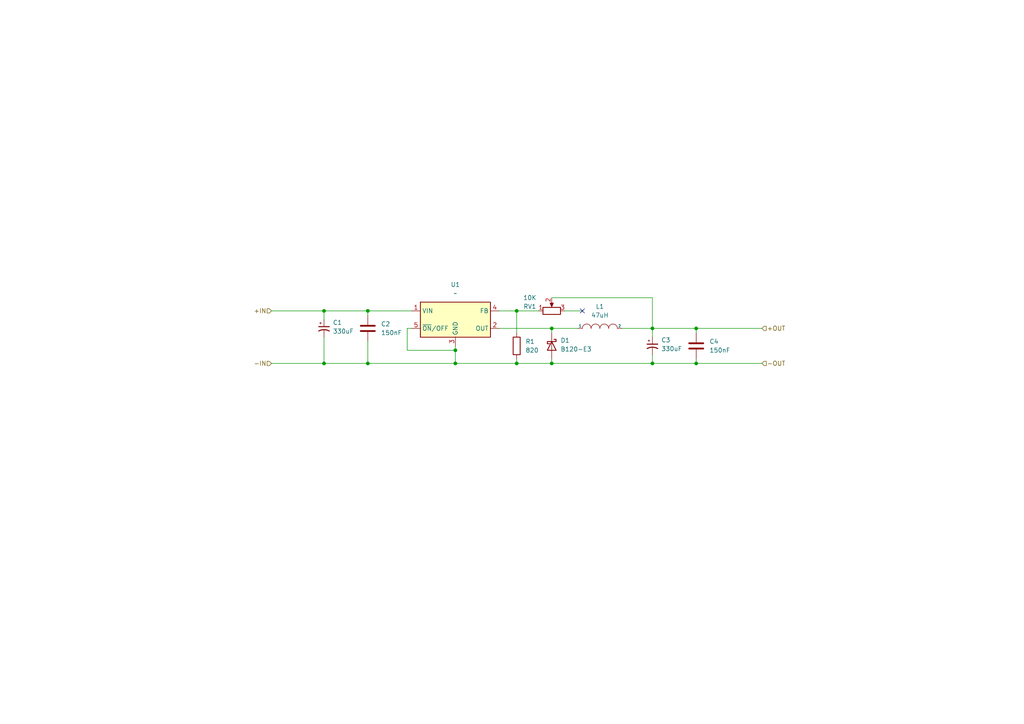
<source format=kicad_sch>
(kicad_sch (version 20211123) (generator eeschema)

  (uuid 5e8e3570-cdb9-43b3-b69e-a29eedca0bdd)

  (paper "A4")

  (title_block
    (title "Green House Controller")
    (date "15 nov 2012")
    (rev "v03")
    (company "Sri Lanka Technological Campus")
    (comment 1 "AA2129, AA2122, AA1391, AA1378, AA1424")
    (comment 2 "Raspberry Pi Shield")
    (comment 3 "Engineering Design Project")
    (comment 4 "EEE209")
  )

  (lib_symbols
    (symbol "Device:C" (pin_numbers hide) (pin_names (offset 0.254)) (in_bom yes) (on_board yes)
      (property "Reference" "C" (id 0) (at 0.635 2.54 0)
        (effects (font (size 1.27 1.27)) (justify left))
      )
      (property "Value" "C" (id 1) (at 0.635 -2.54 0)
        (effects (font (size 1.27 1.27)) (justify left))
      )
      (property "Footprint" "" (id 2) (at 0.9652 -3.81 0)
        (effects (font (size 1.27 1.27)) hide)
      )
      (property "Datasheet" "~" (id 3) (at 0 0 0)
        (effects (font (size 1.27 1.27)) hide)
      )
      (property "ki_keywords" "cap capacitor" (id 4) (at 0 0 0)
        (effects (font (size 1.27 1.27)) hide)
      )
      (property "ki_description" "Unpolarized capacitor" (id 5) (at 0 0 0)
        (effects (font (size 1.27 1.27)) hide)
      )
      (property "ki_fp_filters" "C_*" (id 6) (at 0 0 0)
        (effects (font (size 1.27 1.27)) hide)
      )
      (symbol "C_0_1"
        (polyline
          (pts
            (xy -2.032 -0.762)
            (xy 2.032 -0.762)
          )
          (stroke (width 0.508) (type default) (color 0 0 0 0))
          (fill (type none))
        )
        (polyline
          (pts
            (xy -2.032 0.762)
            (xy 2.032 0.762)
          )
          (stroke (width 0.508) (type default) (color 0 0 0 0))
          (fill (type none))
        )
      )
      (symbol "C_1_1"
        (pin passive line (at 0 3.81 270) (length 2.794)
          (name "~" (effects (font (size 1.27 1.27))))
          (number "1" (effects (font (size 1.27 1.27))))
        )
        (pin passive line (at 0 -3.81 90) (length 2.794)
          (name "~" (effects (font (size 1.27 1.27))))
          (number "2" (effects (font (size 1.27 1.27))))
        )
      )
    )
    (symbol "Device:C_Polarized_Small_US" (pin_numbers hide) (pin_names (offset 0.254) hide) (in_bom yes) (on_board yes)
      (property "Reference" "C" (id 0) (at 0.254 1.778 0)
        (effects (font (size 1.27 1.27)) (justify left))
      )
      (property "Value" "C_Polarized_Small_US" (id 1) (at 0.254 -2.032 0)
        (effects (font (size 1.27 1.27)) (justify left))
      )
      (property "Footprint" "" (id 2) (at 0 0 0)
        (effects (font (size 1.27 1.27)) hide)
      )
      (property "Datasheet" "~" (id 3) (at 0 0 0)
        (effects (font (size 1.27 1.27)) hide)
      )
      (property "ki_keywords" "cap capacitor" (id 4) (at 0 0 0)
        (effects (font (size 1.27 1.27)) hide)
      )
      (property "ki_description" "Polarized capacitor, small US symbol" (id 5) (at 0 0 0)
        (effects (font (size 1.27 1.27)) hide)
      )
      (property "ki_fp_filters" "CP_*" (id 6) (at 0 0 0)
        (effects (font (size 1.27 1.27)) hide)
      )
      (symbol "C_Polarized_Small_US_0_1"
        (polyline
          (pts
            (xy -1.524 0.508)
            (xy 1.524 0.508)
          )
          (stroke (width 0.3048) (type default) (color 0 0 0 0))
          (fill (type none))
        )
        (polyline
          (pts
            (xy -1.27 1.524)
            (xy -0.762 1.524)
          )
          (stroke (width 0) (type default) (color 0 0 0 0))
          (fill (type none))
        )
        (polyline
          (pts
            (xy -1.016 1.27)
            (xy -1.016 1.778)
          )
          (stroke (width 0) (type default) (color 0 0 0 0))
          (fill (type none))
        )
        (arc (start 1.524 -0.762) (mid 0 -0.3734) (end -1.524 -0.762)
          (stroke (width 0.3048) (type default) (color 0 0 0 0))
          (fill (type none))
        )
      )
      (symbol "C_Polarized_Small_US_1_1"
        (pin passive line (at 0 2.54 270) (length 2.032)
          (name "~" (effects (font (size 1.27 1.27))))
          (number "1" (effects (font (size 1.27 1.27))))
        )
        (pin passive line (at 0 -2.54 90) (length 2.032)
          (name "~" (effects (font (size 1.27 1.27))))
          (number "2" (effects (font (size 1.27 1.27))))
        )
      )
    )
    (symbol "Device:R" (pin_numbers hide) (pin_names (offset 0)) (in_bom yes) (on_board yes)
      (property "Reference" "R" (id 0) (at 2.032 0 90)
        (effects (font (size 1.27 1.27)))
      )
      (property "Value" "R" (id 1) (at 0 0 90)
        (effects (font (size 1.27 1.27)))
      )
      (property "Footprint" "" (id 2) (at -1.778 0 90)
        (effects (font (size 1.27 1.27)) hide)
      )
      (property "Datasheet" "~" (id 3) (at 0 0 0)
        (effects (font (size 1.27 1.27)) hide)
      )
      (property "ki_keywords" "R res resistor" (id 4) (at 0 0 0)
        (effects (font (size 1.27 1.27)) hide)
      )
      (property "ki_description" "Resistor" (id 5) (at 0 0 0)
        (effects (font (size 1.27 1.27)) hide)
      )
      (property "ki_fp_filters" "R_*" (id 6) (at 0 0 0)
        (effects (font (size 1.27 1.27)) hide)
      )
      (symbol "R_0_1"
        (rectangle (start -1.016 -2.54) (end 1.016 2.54)
          (stroke (width 0.254) (type default) (color 0 0 0 0))
          (fill (type none))
        )
      )
      (symbol "R_1_1"
        (pin passive line (at 0 3.81 270) (length 1.27)
          (name "~" (effects (font (size 1.27 1.27))))
          (number "1" (effects (font (size 1.27 1.27))))
        )
        (pin passive line (at 0 -3.81 90) (length 1.27)
          (name "~" (effects (font (size 1.27 1.27))))
          (number "2" (effects (font (size 1.27 1.27))))
        )
      )
    )
    (symbol "Device:R_Potentiometer" (pin_names (offset 1.016) hide) (in_bom yes) (on_board yes)
      (property "Reference" "RV" (id 0) (at -4.445 0 90)
        (effects (font (size 1.27 1.27)))
      )
      (property "Value" "R_Potentiometer" (id 1) (at -2.54 0 90)
        (effects (font (size 1.27 1.27)))
      )
      (property "Footprint" "" (id 2) (at 0 0 0)
        (effects (font (size 1.27 1.27)) hide)
      )
      (property "Datasheet" "~" (id 3) (at 0 0 0)
        (effects (font (size 1.27 1.27)) hide)
      )
      (property "ki_keywords" "resistor variable" (id 4) (at 0 0 0)
        (effects (font (size 1.27 1.27)) hide)
      )
      (property "ki_description" "Potentiometer" (id 5) (at 0 0 0)
        (effects (font (size 1.27 1.27)) hide)
      )
      (property "ki_fp_filters" "Potentiometer*" (id 6) (at 0 0 0)
        (effects (font (size 1.27 1.27)) hide)
      )
      (symbol "R_Potentiometer_0_1"
        (polyline
          (pts
            (xy 2.54 0)
            (xy 1.524 0)
          )
          (stroke (width 0) (type default) (color 0 0 0 0))
          (fill (type none))
        )
        (polyline
          (pts
            (xy 1.143 0)
            (xy 2.286 0.508)
            (xy 2.286 -0.508)
            (xy 1.143 0)
          )
          (stroke (width 0) (type default) (color 0 0 0 0))
          (fill (type outline))
        )
        (rectangle (start 1.016 2.54) (end -1.016 -2.54)
          (stroke (width 0.254) (type default) (color 0 0 0 0))
          (fill (type none))
        )
      )
      (symbol "R_Potentiometer_1_1"
        (pin passive line (at 0 3.81 270) (length 1.27)
          (name "1" (effects (font (size 1.27 1.27))))
          (number "1" (effects (font (size 1.27 1.27))))
        )
        (pin passive line (at 3.81 0 180) (length 1.27)
          (name "2" (effects (font (size 1.27 1.27))))
          (number "2" (effects (font (size 1.27 1.27))))
        )
        (pin passive line (at 0 -3.81 90) (length 1.27)
          (name "3" (effects (font (size 1.27 1.27))))
          (number "3" (effects (font (size 1.27 1.27))))
        )
      )
    )
    (symbol "Diode:B120-E3" (pin_numbers hide) (pin_names hide) (in_bom yes) (on_board yes)
      (property "Reference" "D" (id 0) (at 0 2.54 0)
        (effects (font (size 1.27 1.27)))
      )
      (property "Value" "B120-E3" (id 1) (at 0 -2.54 0)
        (effects (font (size 1.27 1.27)))
      )
      (property "Footprint" "Diode_SMD:D_SMA" (id 2) (at 0 -4.445 0)
        (effects (font (size 1.27 1.27)) hide)
      )
      (property "Datasheet" "http://www.vishay.com/docs/88946/b120.pdf" (id 3) (at 0 0 0)
        (effects (font (size 1.27 1.27)) hide)
      )
      (property "ki_keywords" "diode Schottky" (id 4) (at 0 0 0)
        (effects (font (size 1.27 1.27)) hide)
      )
      (property "ki_description" "20V 1A Schottky Barrier Rectifier Diode, SMA(DO-214AC)" (id 5) (at 0 0 0)
        (effects (font (size 1.27 1.27)) hide)
      )
      (property "ki_fp_filters" "D*SMA*" (id 6) (at 0 0 0)
        (effects (font (size 1.27 1.27)) hide)
      )
      (symbol "B120-E3_0_1"
        (polyline
          (pts
            (xy 1.27 0)
            (xy -1.27 0)
          )
          (stroke (width 0) (type default) (color 0 0 0 0))
          (fill (type none))
        )
        (polyline
          (pts
            (xy 1.27 1.27)
            (xy 1.27 -1.27)
            (xy -1.27 0)
            (xy 1.27 1.27)
          )
          (stroke (width 0.254) (type default) (color 0 0 0 0))
          (fill (type none))
        )
        (polyline
          (pts
            (xy -1.905 0.635)
            (xy -1.905 1.27)
            (xy -1.27 1.27)
            (xy -1.27 -1.27)
            (xy -0.635 -1.27)
            (xy -0.635 -0.635)
          )
          (stroke (width 0.254) (type default) (color 0 0 0 0))
          (fill (type none))
        )
      )
      (symbol "B120-E3_1_1"
        (pin passive line (at -3.81 0 0) (length 2.54)
          (name "K" (effects (font (size 1.27 1.27))))
          (number "1" (effects (font (size 1.27 1.27))))
        )
        (pin passive line (at 3.81 0 180) (length 2.54)
          (name "A" (effects (font (size 1.27 1.27))))
          (number "2" (effects (font (size 1.27 1.27))))
        )
      )
    )
    (symbol "Regulator_Switching:LM2596S-ADJ" (in_bom yes) (on_board yes)
      (property "Reference" "U" (id 0) (at -10.16 6.35 0)
        (effects (font (size 1.27 1.27)) (justify left))
      )
      (property "Value" "LM2596S-ADJ" (id 1) (at 0 6.35 0)
        (effects (font (size 1.27 1.27)) (justify left))
      )
      (property "Footprint" "Package_TO_SOT_SMD:TO-263-5_TabPin3" (id 2) (at 1.27 -6.35 0)
        (effects (font (size 1.27 1.27) italic) (justify left) hide)
      )
      (property "Datasheet" "http://www.ti.com/lit/ds/symlink/lm2596.pdf" (id 3) (at 0 0 0)
        (effects (font (size 1.27 1.27)) hide)
      )
      (property "ki_keywords" "Step-Down Voltage Regulator Adjustable 3A" (id 4) (at 0 0 0)
        (effects (font (size 1.27 1.27)) hide)
      )
      (property "ki_description" "Adjustable 3A Step-Down Voltage Regulator, TO-263" (id 5) (at 0 0 0)
        (effects (font (size 1.27 1.27)) hide)
      )
      (property "ki_fp_filters" "TO?263*" (id 6) (at 0 0 0)
        (effects (font (size 1.27 1.27)) hide)
      )
      (symbol "LM2596S-ADJ_0_1"
        (rectangle (start -10.16 5.08) (end 10.16 -5.08)
          (stroke (width 0.254) (type default) (color 0 0 0 0))
          (fill (type background))
        )
      )
      (symbol "LM2596S-ADJ_1_1"
        (pin power_in line (at -12.7 2.54 0) (length 2.54)
          (name "VIN" (effects (font (size 1.27 1.27))))
          (number "1" (effects (font (size 1.27 1.27))))
        )
        (pin output line (at 12.7 -2.54 180) (length 2.54)
          (name "OUT" (effects (font (size 1.27 1.27))))
          (number "2" (effects (font (size 1.27 1.27))))
        )
        (pin power_in line (at 0 -7.62 90) (length 2.54)
          (name "GND" (effects (font (size 1.27 1.27))))
          (number "3" (effects (font (size 1.27 1.27))))
        )
        (pin input line (at 12.7 2.54 180) (length 2.54)
          (name "FB" (effects (font (size 1.27 1.27))))
          (number "4" (effects (font (size 1.27 1.27))))
        )
        (pin input line (at -12.7 -2.54 0) (length 2.54)
          (name "~{ON}/OFF" (effects (font (size 1.27 1.27))))
          (number "5" (effects (font (size 1.27 1.27))))
        )
      )
    )
    (symbol "pspice:INDUCTOR" (pin_numbers hide) (pin_names (offset 0)) (in_bom yes) (on_board yes)
      (property "Reference" "L" (id 0) (at 0 2.54 0)
        (effects (font (size 1.27 1.27)))
      )
      (property "Value" "INDUCTOR" (id 1) (at 0 -1.27 0)
        (effects (font (size 1.27 1.27)))
      )
      (property "Footprint" "" (id 2) (at 0 0 0)
        (effects (font (size 1.27 1.27)) hide)
      )
      (property "Datasheet" "~" (id 3) (at 0 0 0)
        (effects (font (size 1.27 1.27)) hide)
      )
      (property "ki_keywords" "simulation" (id 4) (at 0 0 0)
        (effects (font (size 1.27 1.27)) hide)
      )
      (property "ki_description" "Inductor symbol for simulation only" (id 5) (at 0 0 0)
        (effects (font (size 1.27 1.27)) hide)
      )
      (symbol "INDUCTOR_0_1"
        (arc (start -2.54 0) (mid -3.81 1.27) (end -5.08 0)
          (stroke (width 0) (type default) (color 0 0 0 0))
          (fill (type none))
        )
        (arc (start 0 0) (mid -1.27 1.27) (end -2.54 0)
          (stroke (width 0) (type default) (color 0 0 0 0))
          (fill (type none))
        )
        (arc (start 2.54 0) (mid 1.27 1.27) (end 0 0)
          (stroke (width 0) (type default) (color 0 0 0 0))
          (fill (type none))
        )
        (arc (start 5.08 0) (mid 3.81 1.27) (end 2.54 0)
          (stroke (width 0) (type default) (color 0 0 0 0))
          (fill (type none))
        )
      )
      (symbol "INDUCTOR_1_1"
        (pin input line (at -6.35 0 0) (length 1.27)
          (name "1" (effects (font (size 0.762 0.762))))
          (number "1" (effects (font (size 0.762 0.762))))
        )
        (pin input line (at 6.35 0 180) (length 1.27)
          (name "2" (effects (font (size 0.762 0.762))))
          (number "2" (effects (font (size 0.762 0.762))))
        )
      )
    )
  )

  (junction (at 189.23 105.41) (diameter 0) (color 0 0 0 0)
    (uuid 39f01a32-e2cd-4a97-b01f-954cad72bfc1)
  )
  (junction (at 149.86 90.17) (diameter 0) (color 0 0 0 0)
    (uuid 42a61c58-c34c-4d97-81ae-df322782e913)
  )
  (junction (at 106.68 90.17) (diameter 0) (color 0 0 0 0)
    (uuid 5612a28e-50d5-4e08-9be3-8feff63277db)
  )
  (junction (at 93.98 90.17) (diameter 0) (color 0 0 0 0)
    (uuid 5723367a-cab3-4932-93a4-ca2925608445)
  )
  (junction (at 189.23 95.25) (diameter 0) (color 0 0 0 0)
    (uuid 665d49f8-730c-49e1-aaa3-f293fbbc4648)
  )
  (junction (at 149.86 105.41) (diameter 0) (color 0 0 0 0)
    (uuid 8af3b7d1-2e0c-4f06-a6a9-41183068295d)
  )
  (junction (at 132.08 101.6) (diameter 0) (color 0 0 0 0)
    (uuid 94df2c1b-4953-49e5-abd4-c7ec1dbeee00)
  )
  (junction (at 201.93 105.41) (diameter 0) (color 0 0 0 0)
    (uuid 96ebb84c-fa77-4485-83aa-c98f7feadbfa)
  )
  (junction (at 160.02 95.25) (diameter 0) (color 0 0 0 0)
    (uuid a86b9757-829c-4d0e-b0bd-3030100437cc)
  )
  (junction (at 201.93 95.25) (diameter 0) (color 0 0 0 0)
    (uuid a8f10736-d9dc-4971-b0aa-508ef2f87a0a)
  )
  (junction (at 93.98 105.41) (diameter 0) (color 0 0 0 0)
    (uuid afc84184-422d-4deb-a65c-d0fac2bcca06)
  )
  (junction (at 160.02 105.41) (diameter 0) (color 0 0 0 0)
    (uuid b373f408-419a-492b-b1d7-8c3e5e3bb6a4)
  )
  (junction (at 132.08 105.41) (diameter 0) (color 0 0 0 0)
    (uuid fcb340af-2103-4dc5-984b-85e4e05ca3c2)
  )
  (junction (at 106.68 105.41) (diameter 0) (color 0 0 0 0)
    (uuid fe377bb8-4ee1-4e34-8363-6c9faf1029de)
  )

  (no_connect (at 168.91 90.17) (uuid a786a88d-2657-4025-891b-5315ca38ecde))

  (wire (pts (xy 132.08 101.6) (xy 132.08 100.33))
    (stroke (width 0) (type default) (color 0 0 0 0))
    (uuid 038e4385-58f8-41c2-ba41-a3010566737d)
  )
  (wire (pts (xy 149.86 104.14) (xy 149.86 105.41))
    (stroke (width 0) (type default) (color 0 0 0 0))
    (uuid 083727b0-ed09-45e6-84bf-e079548392d7)
  )
  (wire (pts (xy 93.98 97.79) (xy 93.98 105.41))
    (stroke (width 0) (type default) (color 0 0 0 0))
    (uuid 18bb6760-2e3e-4cfd-b5b5-4990a5ff6aa0)
  )
  (wire (pts (xy 106.68 105.41) (xy 132.08 105.41))
    (stroke (width 0) (type default) (color 0 0 0 0))
    (uuid 19ff2663-ad8a-4e8a-a7cc-e5525fda29af)
  )
  (wire (pts (xy 189.23 95.25) (xy 189.23 97.79))
    (stroke (width 0) (type default) (color 0 0 0 0))
    (uuid 1de2b839-ca7d-40a5-a0ef-ae653940d936)
  )
  (wire (pts (xy 106.68 99.06) (xy 106.68 105.41))
    (stroke (width 0) (type default) (color 0 0 0 0))
    (uuid 30005eba-cf09-44b4-a4dc-8b670e009814)
  )
  (wire (pts (xy 201.93 105.41) (xy 220.98 105.41))
    (stroke (width 0) (type default) (color 0 0 0 0))
    (uuid 4afcc2b9-1eb1-443e-b65e-812e2a0b3057)
  )
  (wire (pts (xy 78.74 90.17) (xy 93.98 90.17))
    (stroke (width 0) (type default) (color 0 0 0 0))
    (uuid 4ed5d14f-456b-425b-9d37-b544d9e72f9c)
  )
  (wire (pts (xy 93.98 92.71) (xy 93.98 90.17))
    (stroke (width 0) (type default) (color 0 0 0 0))
    (uuid 61003b43-ea43-4728-aae5-c968501a95f3)
  )
  (wire (pts (xy 189.23 86.36) (xy 189.23 95.25))
    (stroke (width 0) (type default) (color 0 0 0 0))
    (uuid 63d386bf-1ff5-4bec-806d-4d941fb2dacd)
  )
  (wire (pts (xy 132.08 105.41) (xy 132.08 101.6))
    (stroke (width 0) (type default) (color 0 0 0 0))
    (uuid 6c6f2bf1-bce3-4177-aae6-d05a3e30d2ea)
  )
  (wire (pts (xy 189.23 102.87) (xy 189.23 105.41))
    (stroke (width 0) (type default) (color 0 0 0 0))
    (uuid 71e041a1-a8bd-44ff-8619-db7c294975a7)
  )
  (wire (pts (xy 149.86 90.17) (xy 156.21 90.17))
    (stroke (width 0) (type default) (color 0 0 0 0))
    (uuid 727ca40f-1042-4ae2-b4dc-dac484ff7f15)
  )
  (wire (pts (xy 106.68 90.17) (xy 119.38 90.17))
    (stroke (width 0) (type default) (color 0 0 0 0))
    (uuid 7de12c83-3c25-47fd-b904-467d0a66bea1)
  )
  (wire (pts (xy 144.78 90.17) (xy 149.86 90.17))
    (stroke (width 0) (type default) (color 0 0 0 0))
    (uuid 8487d803-0ace-4e4f-a850-104d9bead0b0)
  )
  (wire (pts (xy 201.93 95.25) (xy 201.93 96.52))
    (stroke (width 0) (type default) (color 0 0 0 0))
    (uuid 8cbb317e-5db9-4471-a54a-a46eb3b50617)
  )
  (wire (pts (xy 78.74 105.41) (xy 93.98 105.41))
    (stroke (width 0) (type default) (color 0 0 0 0))
    (uuid 96d52bf0-d461-4733-a4ca-dc36cc056855)
  )
  (wire (pts (xy 180.34 95.25) (xy 189.23 95.25))
    (stroke (width 0) (type default) (color 0 0 0 0))
    (uuid a6921a78-31c4-4fc1-8950-d5da028de33e)
  )
  (wire (pts (xy 93.98 90.17) (xy 106.68 90.17))
    (stroke (width 0) (type default) (color 0 0 0 0))
    (uuid a8d29e4f-0b83-4d14-9fca-ebafb966cac5)
  )
  (wire (pts (xy 189.23 95.25) (xy 201.93 95.25))
    (stroke (width 0) (type default) (color 0 0 0 0))
    (uuid ab887b59-4b1d-4b32-aa25-1bd221e63901)
  )
  (wire (pts (xy 93.98 105.41) (xy 106.68 105.41))
    (stroke (width 0) (type default) (color 0 0 0 0))
    (uuid abcb5131-39b2-4d06-b5eb-47eca0ee0db4)
  )
  (wire (pts (xy 144.78 95.25) (xy 160.02 95.25))
    (stroke (width 0) (type default) (color 0 0 0 0))
    (uuid b2eaa648-b01a-4d62-9f1c-7974d14e4863)
  )
  (wire (pts (xy 160.02 105.41) (xy 189.23 105.41))
    (stroke (width 0) (type default) (color 0 0 0 0))
    (uuid b805e590-89eb-4dbe-bfec-2eb79a003455)
  )
  (wire (pts (xy 163.83 90.17) (xy 168.91 90.17))
    (stroke (width 0) (type default) (color 0 0 0 0))
    (uuid b8509755-6fa7-42f8-99be-302f131056d2)
  )
  (wire (pts (xy 118.11 95.25) (xy 118.11 101.6))
    (stroke (width 0) (type default) (color 0 0 0 0))
    (uuid bbe63174-ae58-4b8c-85f9-d1aeb944689c)
  )
  (wire (pts (xy 132.08 105.41) (xy 149.86 105.41))
    (stroke (width 0) (type default) (color 0 0 0 0))
    (uuid be328f0a-6e1c-456b-9181-efb828298971)
  )
  (wire (pts (xy 106.68 91.44) (xy 106.68 90.17))
    (stroke (width 0) (type default) (color 0 0 0 0))
    (uuid c5417958-dc5e-4353-aaaf-013cdad49301)
  )
  (wire (pts (xy 119.38 95.25) (xy 118.11 95.25))
    (stroke (width 0) (type default) (color 0 0 0 0))
    (uuid c5c5b4ed-41f4-4921-8eab-b8ea7396e739)
  )
  (wire (pts (xy 149.86 96.52) (xy 149.86 90.17))
    (stroke (width 0) (type default) (color 0 0 0 0))
    (uuid c67fa1b3-946c-4471-acc3-99ffa53cd938)
  )
  (wire (pts (xy 149.86 105.41) (xy 160.02 105.41))
    (stroke (width 0) (type default) (color 0 0 0 0))
    (uuid c7fdfc42-ba93-4772-8e7e-a0cb101fd9a4)
  )
  (wire (pts (xy 160.02 104.14) (xy 160.02 105.41))
    (stroke (width 0) (type default) (color 0 0 0 0))
    (uuid d9b5f869-59dc-4196-b17e-501e87f35789)
  )
  (wire (pts (xy 118.11 101.6) (xy 132.08 101.6))
    (stroke (width 0) (type default) (color 0 0 0 0))
    (uuid de8c503f-6f9b-4fd8-8f62-9466c7d1ce49)
  )
  (wire (pts (xy 189.23 105.41) (xy 201.93 105.41))
    (stroke (width 0) (type default) (color 0 0 0 0))
    (uuid df06554a-58c4-4474-80c0-3a2823f91de3)
  )
  (wire (pts (xy 160.02 95.25) (xy 160.02 96.52))
    (stroke (width 0) (type default) (color 0 0 0 0))
    (uuid e28eeeb9-d9bb-4551-b8c4-e658c030bb8a)
  )
  (wire (pts (xy 201.93 95.25) (xy 220.98 95.25))
    (stroke (width 0) (type default) (color 0 0 0 0))
    (uuid e3f12d77-ec17-4c3f-86d5-4713a43072a6)
  )
  (wire (pts (xy 201.93 105.41) (xy 201.93 104.14))
    (stroke (width 0) (type default) (color 0 0 0 0))
    (uuid f1617884-0ea5-4513-b674-7d92e1fc8182)
  )
  (wire (pts (xy 160.02 95.25) (xy 167.64 95.25))
    (stroke (width 0) (type default) (color 0 0 0 0))
    (uuid f5f0ba00-d190-4776-aa75-774e93688c48)
  )
  (wire (pts (xy 160.02 86.36) (xy 189.23 86.36))
    (stroke (width 0) (type default) (color 0 0 0 0))
    (uuid fd7678d5-9a76-4935-a889-0c6b8ab35676)
  )

  (hierarchical_label "+OUT" (shape input) (at 220.98 95.25 0)
    (effects (font (size 1.27 1.27)) (justify left))
    (uuid 73e10f49-b2bb-42a8-95a9-fc71580c4820)
  )
  (hierarchical_label "-IN" (shape input) (at 78.74 105.41 180)
    (effects (font (size 1.27 1.27)) (justify right))
    (uuid c16167d2-3d92-4efb-ba43-8f094954b98d)
  )
  (hierarchical_label "+IN" (shape input) (at 78.74 90.17 180)
    (effects (font (size 1.27 1.27)) (justify right))
    (uuid c9944183-0aa8-467d-8252-a2538d07c024)
  )
  (hierarchical_label "-OUT" (shape input) (at 220.98 105.41 0)
    (effects (font (size 1.27 1.27)) (justify left))
    (uuid dc0b43c0-3ba1-4bd9-ba2c-35f5f88403bd)
  )

  (symbol (lib_id "Device:C") (at 106.68 95.25 0) (unit 1)
    (in_bom yes) (on_board yes) (fields_autoplaced)
    (uuid 39b7217e-9687-4bed-a2ed-080439d05201)
    (property "Reference" "C2" (id 0) (at 110.49 93.9799 0)
      (effects (font (size 1.27 1.27)) (justify left))
    )
    (property "Value" "150nF" (id 1) (at 110.49 96.5199 0)
      (effects (font (size 1.27 1.27)) (justify left))
    )
    (property "Footprint" "Capacitor_SMD:C_0805_2012Metric" (id 2) (at 107.6452 99.06 0)
      (effects (font (size 1.27 1.27)) hide)
    )
    (property "Datasheet" "~" (id 3) (at 106.68 95.25 0)
      (effects (font (size 1.27 1.27)) hide)
    )
    (pin "1" (uuid 64d93659-a9fb-4f27-90a9-6ede1b63738d))
    (pin "2" (uuid f3eeda41-dcf7-43e1-b0fe-47ad1ffa373b))
  )

  (symbol (lib_id "Device:C_Polarized_Small_US") (at 93.98 95.25 0) (unit 1)
    (in_bom yes) (on_board yes) (fields_autoplaced)
    (uuid 44029863-c050-4275-b5aa-d3dd1b839dcd)
    (property "Reference" "C1" (id 0) (at 96.52 93.5481 0)
      (effects (font (size 1.27 1.27)) (justify left))
    )
    (property "Value" "330uF" (id 1) (at 96.52 96.0881 0)
      (effects (font (size 1.27 1.27)) (justify left))
    )
    (property "Footprint" "Capacitor_SMD:CP_Elec_10x10" (id 2) (at 93.98 95.25 0)
      (effects (font (size 1.27 1.27)) hide)
    )
    (property "Datasheet" "~" (id 3) (at 93.98 95.25 0)
      (effects (font (size 1.27 1.27)) hide)
    )
    (pin "1" (uuid 69b6698a-72b9-4305-8725-3a25eed9e7a2))
    (pin "2" (uuid ca32dd84-e7dc-435f-b36d-c72a828d6b15))
  )

  (symbol (lib_id "Regulator_Switching:LM2596S-ADJ") (at 132.08 92.71 0) (unit 1)
    (in_bom yes) (on_board yes) (fields_autoplaced)
    (uuid 72826303-a3c1-4778-9bc1-2d4b438f6bfa)
    (property "Reference" "U1" (id 0) (at 132.08 82.55 0))
    (property "Value" "~" (id 1) (at 132.08 85.09 0))
    (property "Footprint" "Package_TO_SOT_SMD:TO-263-5_TabPin3" (id 2) (at 133.35 99.06 0)
      (effects (font (size 1.27 1.27) italic) (justify left) hide)
    )
    (property "Datasheet" "http://www.ti.com/lit/ds/symlink/lm2596.pdf" (id 3) (at 132.08 92.71 0)
      (effects (font (size 1.27 1.27)) hide)
    )
    (pin "1" (uuid 795da4f0-ad8f-4fd1-b45f-7de067e0f57f))
    (pin "2" (uuid 615895bf-4dda-45df-ad1e-2bf86bfb805b))
    (pin "3" (uuid 4dbfdc8c-1c82-4b4d-923d-de55b5f78481))
    (pin "4" (uuid c4002f96-5de3-4525-9436-dd7e24669061))
    (pin "5" (uuid d034bc36-2221-4f81-ac13-2383e7a957ff))
  )

  (symbol (lib_id "Device:R_Potentiometer") (at 160.02 90.17 90) (unit 1)
    (in_bom yes) (on_board yes)
    (uuid 79c4875d-0de4-4fcd-86c9-bd41a3387a8f)
    (property "Reference" "RV1" (id 0) (at 153.67 88.9 90))
    (property "Value" "10K" (id 1) (at 153.67 86.36 90))
    (property "Footprint" "Potentiometer_THT:Potentiometer_Bourns_3296W_Vertical" (id 2) (at 160.02 90.17 0)
      (effects (font (size 1.27 1.27)) hide)
    )
    (property "Datasheet" "~" (id 3) (at 160.02 90.17 0)
      (effects (font (size 1.27 1.27)) hide)
    )
    (pin "1" (uuid a44f929d-b39c-43c3-97e3-b7b0fa226856))
    (pin "2" (uuid 5c4706a7-6429-41ae-8bfa-0e52fb24297d))
    (pin "3" (uuid 5cf7d85d-2ead-4bd9-8a97-74be15241145))
  )

  (symbol (lib_id "Device:R") (at 149.86 100.33 0) (unit 1)
    (in_bom yes) (on_board yes) (fields_autoplaced)
    (uuid a088711e-9e19-4a1c-b975-21348f643516)
    (property "Reference" "R1" (id 0) (at 152.4 99.0599 0)
      (effects (font (size 1.27 1.27)) (justify left))
    )
    (property "Value" "820" (id 1) (at 152.4 101.5999 0)
      (effects (font (size 1.27 1.27)) (justify left))
    )
    (property "Footprint" "Resistor_SMD:R_0805_2012Metric" (id 2) (at 148.082 100.33 90)
      (effects (font (size 1.27 1.27)) hide)
    )
    (property "Datasheet" "~" (id 3) (at 149.86 100.33 0)
      (effects (font (size 1.27 1.27)) hide)
    )
    (pin "1" (uuid 479446da-789c-465e-b603-9b51f009ba71))
    (pin "2" (uuid 803e72ef-aef7-462b-8708-0fbdaaa16304))
  )

  (symbol (lib_id "pspice:INDUCTOR") (at 173.99 95.25 0) (unit 1)
    (in_bom yes) (on_board yes) (fields_autoplaced)
    (uuid b0f2fa85-100e-4213-81f7-bd99acba4c08)
    (property "Reference" "L1" (id 0) (at 173.99 88.9 0))
    (property "Value" "47uH" (id 1) (at 173.99 91.44 0))
    (property "Footprint" "Inductor_SMD:L_Bourns_SRR1260" (id 2) (at 173.99 95.25 0)
      (effects (font (size 1.27 1.27)) hide)
    )
    (property "Datasheet" "~" (id 3) (at 173.99 95.25 0)
      (effects (font (size 1.27 1.27)) hide)
    )
    (pin "1" (uuid 25034176-292d-4f1f-acee-0725c308da60))
    (pin "2" (uuid b9b96075-6957-42e9-be27-ac6c965702a4))
  )

  (symbol (lib_id "Device:C") (at 201.93 100.33 0) (unit 1)
    (in_bom yes) (on_board yes) (fields_autoplaced)
    (uuid b2a848b9-9d94-4e31-b577-2d9b6a92a978)
    (property "Reference" "C4" (id 0) (at 205.74 99.0599 0)
      (effects (font (size 1.27 1.27)) (justify left))
    )
    (property "Value" "150nF" (id 1) (at 205.74 101.5999 0)
      (effects (font (size 1.27 1.27)) (justify left))
    )
    (property "Footprint" "Capacitor_SMD:C_0805_2012Metric" (id 2) (at 202.8952 104.14 0)
      (effects (font (size 1.27 1.27)) hide)
    )
    (property "Datasheet" "~" (id 3) (at 201.93 100.33 0)
      (effects (font (size 1.27 1.27)) hide)
    )
    (pin "1" (uuid 33f53ac7-4b98-4970-b6be-cae6f9aac3c3))
    (pin "2" (uuid 7e824d16-bc25-4a04-812e-0e8c2d460bd2))
  )

  (symbol (lib_id "Device:C_Polarized_Small_US") (at 189.23 100.33 0) (unit 1)
    (in_bom yes) (on_board yes) (fields_autoplaced)
    (uuid f0b964bc-bc72-4ce9-ae12-b64e4f512f1f)
    (property "Reference" "C3" (id 0) (at 191.77 98.6281 0)
      (effects (font (size 1.27 1.27)) (justify left))
    )
    (property "Value" "330uF" (id 1) (at 191.77 101.1681 0)
      (effects (font (size 1.27 1.27)) (justify left))
    )
    (property "Footprint" "Capacitor_SMD:CP_Elec_10x10" (id 2) (at 189.23 100.33 0)
      (effects (font (size 1.27 1.27)) hide)
    )
    (property "Datasheet" "~" (id 3) (at 189.23 100.33 0)
      (effects (font (size 1.27 1.27)) hide)
    )
    (pin "1" (uuid f1257328-ac69-4489-b175-d5e3b80563ff))
    (pin "2" (uuid c217f3f1-fe13-44b8-8459-4d7f6f0d9a11))
  )

  (symbol (lib_id "Diode:B120-E3") (at 160.02 100.33 270) (unit 1)
    (in_bom yes) (on_board yes) (fields_autoplaced)
    (uuid f637ebd9-e0d6-48ae-9dbb-af597694e1bc)
    (property "Reference" "D1" (id 0) (at 162.56 98.7424 90)
      (effects (font (size 1.27 1.27)) (justify left))
    )
    (property "Value" "B120-E3" (id 1) (at 162.56 101.2824 90)
      (effects (font (size 1.27 1.27)) (justify left))
    )
    (property "Footprint" "Diode_SMD:D_SMA" (id 2) (at 155.575 100.33 0)
      (effects (font (size 1.27 1.27)) hide)
    )
    (property "Datasheet" "http://www.vishay.com/docs/88946/b120.pdf" (id 3) (at 160.02 100.33 0)
      (effects (font (size 1.27 1.27)) hide)
    )
    (pin "1" (uuid 31e4265f-0a5e-4e61-8fa1-2131470e826f))
    (pin "2" (uuid 25d340ff-64e6-4e47-8537-6ea572896d15))
  )
)

</source>
